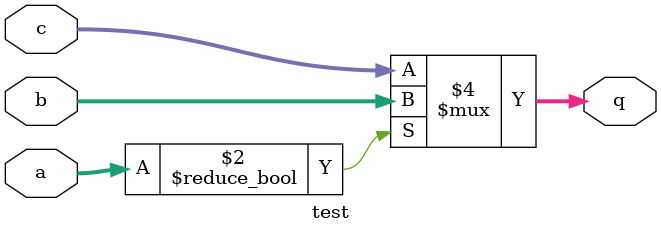
<source format=v>
module test (q, c, a, b);
 input [1:0] a, b, c;
 output [1:0] q;
 reg [1:0] q;
 always@(a or b or c)
   if (a)
     q = b;
   else
     q = c; //a mux "c" inferred
endmodule


</source>
